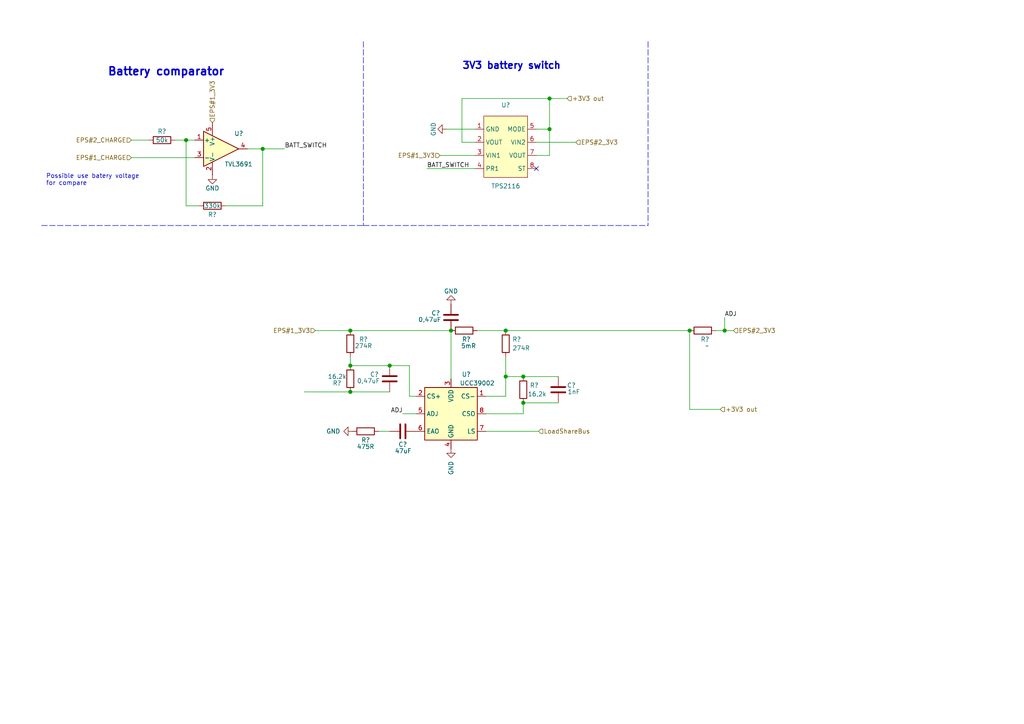
<source format=kicad_sch>
(kicad_sch (version 20210621) (generator eeschema)
  (paper "A4")
  (lib_symbols
    (symbol "Amplifier_Operational:TLV172IDCK" (pin_names (offset 0.127))
      (property "Reference" "U" (at 7.62 2.54 0))
      (property "Value" "TLV172IDCK" (at 11.43 -2.54 0))
      (symbol "TLV172IDCK_0_1"
        (polyline (pts (xy -2.54 5.08) (xy -2.54 -5.08) (xy 7.62 0) (xy -2.54 5.08)) (stroke (width 0.254)) (fill (type background)))
      )
      (symbol "TLV172IDCK_1_1"
        (pin input line (at -5.08 2.54 0) (length 2.54) (name "+") (number "1"))
        (pin power_in line (at 0 -7.62 90) (length 3.81) (name "V-") (number "2"))
        (pin input line (at -5.08 -2.54 0) (length 2.54) (name "-") (number "3"))
        (pin output line (at 10.16 0 180) (length 2.54) (name "~") (number "4"))
        (pin power_in line (at 0 7.62 270) (length 3.81) (name "V+") (number "5"))
      )
    )
    (symbol "Device:C" (pin_numbers hide) (pin_names (offset 0.254))
      (property "Reference" "C" (at 0.635 2.54 0))
      (property "Value" "C" (at 0.635 -2.54 0))
      (symbol "C_0_1"
        (polyline (pts (xy -2.032 -0.762) (xy 2.032 -0.762)) (stroke (width 0.508)))
        (polyline (pts (xy -2.032 0.762) (xy 2.032 0.762)) (stroke (width 0.508)))
      )
      (symbol "C_1_1"
        (pin passive line (at 0 3.81 270) (length 2.794) (name "~") (number "1"))
        (pin passive line (at 0 -3.81 90) (length 2.794) (name "~") (number "2"))
      )
    )
    (symbol "Device:R" (pin_numbers hide) (pin_names (offset 0))
      (property "Reference" "R" (at 2.032 0 90))
      (property "Value" "R" (at 0 0 90))
      (symbol "R_0_1"
        (rectangle (start -1.016 -2.54) (end 1.016 2.54) (stroke (width 0.254)))
      )
      (symbol "R_1_1"
        (pin passive line (at 0 3.81 270) (length 1.27) (name "~") (number "1"))
        (pin passive line (at 0 -3.81 90) (length 1.27) (name "~") (number "2"))
      )
    )
    (symbol "Power_Management:UCC39002D"
      (property "Reference" "U" (at -6.35 8.89 0))
      (property "Value" "UCC39002D" (at 2.54 8.89 0))
      (symbol "UCC39002D_0_1"
        (rectangle (start -7.62 7.62) (end 7.62 -7.62) (stroke (width 0.254)) (fill (type background)))
      )
      (symbol "UCC39002D_1_1"
        (pin input line (at 10.16 5.08 180) (length 2.54) (name "CS-") (number "1"))
        (pin input line (at -10.16 5.08 0) (length 2.54) (name "CS+") (number "2"))
        (pin power_in line (at 0 10.16 270) (length 2.54) (name "VDD") (number "3"))
        (pin power_in line (at 0 -10.16 90) (length 2.54) (name "GND") (number "4"))
        (pin open_collector line (at -10.16 0 0) (length 2.54) (name "ADJ") (number "5"))
        (pin passive line (at -10.16 -5.08 0) (length 2.54) (name "EAO") (number "6"))
        (pin passive line (at 10.16 -5.08 180) (length 2.54) (name "LS") (number "7"))
        (pin output line (at 10.16 0 180) (length 2.54) (name "CSO") (number "8"))
      )
    )
    (symbol "comm:TPS2116"
      (property "Reference" "U" (at 3.81 12.7 0))
      (property "Value" "TPS2116" (at 3.81 -8.89 0))
      (symbol "TPS2116_0_1"
        (rectangle (start -2.54 11.43) (end 10.16 -6.35) (stroke (width 0.1524)) (fill (type background)))
      )
      (symbol "TPS2116_1_1"
        (pin input line (at -5.08 7.62 0) (length 2.54) (name "GND") (number "1"))
        (pin output line (at -5.08 3.81 0) (length 2.54) (name "VOUT") (number "2"))
        (pin input line (at -5.08 0 0) (length 2.54) (name "VIN1") (number "3"))
        (pin input line (at -5.08 -3.81 0) (length 2.54) (name "PR1") (number "4"))
        (pin input line (at 12.7 7.62 180) (length 2.54) (name "MODE") (number "5"))
        (pin input line (at 12.7 3.81 180) (length 2.54) (name "VIN2") (number "6"))
        (pin output line (at 12.7 0 180) (length 2.54) (name "VOUT") (number "7"))
        (pin output line (at 12.7 -3.81 180) (length 2.54) (name "ST") (number "8"))
      )
    )
    (symbol "power:GND" (power) (pin_names (offset 0))
      (property "Value" "GND" (at 0 -3.81 0))
      (symbol "GND_0_1"
        (polyline (pts (xy 0 0) (xy 0 -1.27) (xy 1.27 -1.27) (xy 0 -2.54) (xy -1.27 -1.27) (xy 0 -1.27)))
      )
      (symbol "GND_1_1"
        (pin power_in line (at 0 0 270) (length 0) hide (name "GND") (number "1"))
      )
    )
  )
  (junction (at 53.975 40.64) (diameter 1.016))
  (junction (at 76.2 43.18) (diameter 1.016))
  (junction (at 101.6 95.885) (diameter 1.016))
  (junction (at 101.6 106.045) (diameter 1.016))
  (junction (at 101.6 113.665) (diameter 1.016))
  (junction (at 113.03 106.045) (diameter 1.016))
  (junction (at 130.81 95.885) (diameter 1.016))
  (junction (at 146.685 95.885) (diameter 1.016))
  (junction (at 146.685 109.22) (diameter 1.016))
  (junction (at 151.765 109.22) (diameter 1.016))
  (junction (at 151.765 116.84) (diameter 1.016))
  (junction (at 159.385 28.575) (diameter 1.016))
  (junction (at 159.385 37.465) (diameter 1.016))
  (junction (at 200.025 95.885) (diameter 1.016))
  (junction (at 210.185 95.885) (diameter 1.016))
  (no_connect (at 155.575 48.895))
  (wire (pts (xy 38.1 40.64) (xy 43.18 40.64)))
  (wire (pts (xy 38.1 45.72) (xy 56.515 45.72)))
  (wire (pts (xy 50.8 40.64) (xy 53.975 40.64)))
  (wire (pts (xy 53.975 40.64) (xy 53.975 59.69)))
  (wire (pts (xy 53.975 40.64) (xy 56.515 40.64)))
  (wire (pts (xy 53.975 59.69) (xy 57.785 59.69)))
  (wire (pts (xy 65.405 59.69) (xy 76.2 59.69)))
  (wire (pts (xy 71.755 43.18) (xy 76.2 43.18)))
  (wire (pts (xy 76.2 43.18) (xy 82.55 43.18)))
  (wire (pts (xy 76.2 59.69) (xy 76.2 43.18)))
  (wire (pts (xy 88.265 113.665) (xy 101.6 113.665)))
  (wire (pts (xy 101.6 95.885) (xy 91.44 95.885)))
  (wire (pts (xy 101.6 103.505) (xy 101.6 106.045)))
  (wire (pts (xy 101.6 106.045) (xy 113.03 106.045)))
  (wire (pts (xy 101.6 113.665) (xy 113.03 113.665)))
  (wire (pts (xy 109.855 125.095) (xy 113.03 125.095)))
  (wire (pts (xy 113.03 106.045) (xy 118.745 106.045)))
  (wire (pts (xy 116.84 120.015) (xy 120.65 120.015)))
  (wire (pts (xy 118.745 114.935) (xy 118.745 106.045)))
  (wire (pts (xy 120.65 114.935) (xy 118.745 114.935)))
  (wire (pts (xy 123.825 48.895) (xy 137.795 48.895)))
  (wire (pts (xy 127.635 45.085) (xy 137.795 45.085)))
  (wire (pts (xy 129.54 37.465) (xy 137.795 37.465)))
  (wire (pts (xy 130.81 95.885) (xy 101.6 95.885)))
  (wire (pts (xy 130.81 109.855) (xy 130.81 95.885)))
  (wire (pts (xy 133.985 28.575) (xy 159.385 28.575)))
  (wire (pts (xy 133.985 41.275) (xy 133.985 28.575)))
  (wire (pts (xy 137.795 41.275) (xy 133.985 41.275)))
  (wire (pts (xy 138.43 95.885) (xy 146.685 95.885)))
  (wire (pts (xy 140.97 114.935) (xy 146.685 114.935)))
  (wire (pts (xy 140.97 120.015) (xy 151.765 120.015)))
  (wire (pts (xy 140.97 125.095) (xy 156.21 125.095)))
  (wire (pts (xy 146.685 95.885) (xy 200.025 95.885)))
  (wire (pts (xy 146.685 103.505) (xy 146.685 109.22)))
  (wire (pts (xy 146.685 109.22) (xy 146.685 114.935)))
  (wire (pts (xy 146.685 109.22) (xy 151.765 109.22)))
  (wire (pts (xy 151.765 109.22) (xy 161.925 109.22)))
  (wire (pts (xy 151.765 116.84) (xy 161.925 116.84)))
  (wire (pts (xy 151.765 120.015) (xy 151.765 116.84)))
  (wire (pts (xy 155.575 37.465) (xy 159.385 37.465)))
  (wire (pts (xy 155.575 41.275) (xy 167.005 41.275)))
  (wire (pts (xy 155.575 45.085) (xy 159.385 45.085)))
  (wire (pts (xy 159.385 28.575) (xy 164.465 28.575)))
  (wire (pts (xy 159.385 37.465) (xy 159.385 28.575)))
  (wire (pts (xy 159.385 45.085) (xy 159.385 37.465)))
  (wire (pts (xy 200.025 95.885) (xy 200.025 118.745)))
  (wire (pts (xy 200.025 118.745) (xy 208.915 118.745)))
  (wire (pts (xy 207.645 95.885) (xy 210.185 95.885)))
  (wire (pts (xy 210.185 92.075) (xy 210.185 95.885)))
  (wire (pts (xy 210.185 95.885) (xy 212.725 95.885)))
  (polyline (pts (xy 12.065 65.405) (xy 105.41 65.405)) (stroke (width 0) (type dash)))
  (polyline (pts (xy 105.41 12.065) (xy 105.41 65.405)) (stroke (width 0) (type dash)))
  (polyline (pts (xy 105.41 65.405) (xy 187.96 65.405)) (stroke (width 0) (type dash)))
  (polyline (pts (xy 187.96 12.065) (xy 187.96 65.405)) (stroke (width 0) (type dash)))
  (text "Possible use batery voltage\nfor compare" (at 13.335 53.975 0) (effects (font (size 1.27 1.27)) (justify left bottom)))
  (text "Battery comparator" (at 31.115 22.225 0) (effects (font (size 2.3 2.3) (thickness 0.46) bold) (justify left bottom)))
  (text "3V3 battery switch\n" (at 133.985 20.32 0) (effects (font (size 2 2) (thickness 0.4) bold) (justify left bottom)))
  (label "BATT_SWITCH" (at 82.55 43.18 0))
  (label "ADJ" (at 116.84 120.015 180))
  (label "BATT_SWITCH" (at 123.825 48.895 0))
  (label "ADJ" (at 210.185 92.075 0))
  (hierarchical_label "EPS#2_CHARGE" (shape input) (at 38.1 40.64 180))
  (hierarchical_label "EPS#1_CHARGE" (shape input) (at 38.1 45.72 180))
  (hierarchical_label "EPS#1_3V3" (shape input) (at 61.595 35.56 90))
  (hierarchical_label "EPS#1_3V3" (shape input) (at 91.44 95.885 180))
  (hierarchical_label "EPS#1_3V3" (shape input) (at 127.635 45.085 180))
  (hierarchical_label "LoadShareBus" (shape input) (at 156.21 125.095 0))
  (hierarchical_label "+3V3 out" (shape input) (at 164.465 28.575 0))
  (hierarchical_label "EPS#2_3V3" (shape input) (at 167.005 41.275 0))
  (hierarchical_label "+3V3 out" (shape input) (at 208.915 118.745 0))
  (hierarchical_label "EPS#2_3V3" (shape input) (at 212.725 95.885 0))
  (symbol (lib_id "power:GND") (at 61.595 50.8 0) (unit 1)
    (property "Reference" "#PWR?" (effects hide))
    (property "Value" "GND" (at 61.595 54.61 0))
  )
  (symbol (lib_id "power:GND") (at 102.235 125.095 270) (unit 1)
    (property "Reference" "#PWR?" (effects hide))
    (property "Value" "GND" (at 94.615 125.0949 90) (effects (justify left)))
  )
  (symbol (lib_id "power:GND") (at 129.54 37.465 270) (unit 1)
    (property "Reference" "#PWR?" (effects hide))
    (property "Value" "GND" (at 125.73 37.465 0))
  )
  (symbol (lib_id "power:GND") (at 130.81 88.265 180) (unit 1)
    (property "Reference" "#PWR?" (effects hide))
    (property "Value" "GND" (at 130.81 84.455 0))
  )
  (symbol (lib_id "power:GND") (at 130.81 130.175 0) (unit 1)
    (property "Reference" "#PWR?" (effects hide))
    (property "Value" "GND" (at 130.8099 137.795 90) (effects (justify left)))
  )
  (symbol (lib_id "Device:R") (at 46.99 40.64 90) (unit 1)
    (property "Reference" "R?" (at 46.99 38.1 90))
    (property "Value" "50k" (at 46.99 40.64 90))
  )
  (symbol (lib_id "Device:R") (at 61.595 59.69 90) (unit 1)
    (property "Reference" "R?" (at 61.595 62.23 90))
    (property "Value" "330k" (at 61.595 59.69 90))
  )
  (symbol (lib_id "Device:R") (at 101.6 99.695 0) (unit 1)
    (property "Reference" "R?" (at 104.1401 98.425 0) (effects (justify left)))
    (property "Value" "274R" (at 105.41 100.33 0))
  )
  (symbol (lib_id "Device:R") (at 101.6 109.855 180) (unit 1)
    (property "Reference" "R?" (at 99.0599 111.125 0) (effects (justify left)))
    (property "Value" "16.2k" (at 97.79 109.22 0))
  )
  (symbol (lib_id "Device:R") (at 106.045 125.095 270) (unit 1)
    (property "Reference" "R?" (at 104.7751 127.635 90) (effects (justify left)))
    (property "Value" "475R" (at 106.045 129.54 90))
  )
  (symbol (lib_id "Device:R") (at 134.62 95.885 270) (unit 1)
    (property "Reference" "R?" (at 133.9851 98.425 90) (effects (justify left)))
    (property "Value" "5mR" (at 135.89 100.33 90))
  )
  (symbol (lib_id "Device:R") (at 146.685 99.695 0) (unit 1)
    (property "Reference" "R?" (at 148.59 98.4249 0) (effects (justify left)))
    (property "Value" "274R" (at 148.59 100.9649 0) (effects (justify left)))
  )
  (symbol (lib_id "Device:R") (at 151.765 113.03 0) (unit 1)
    (property "Reference" "R?" (at 153.67 111.7599 0) (effects (justify left)))
    (property "Value" "16,2k" (at 153.035 114.2999 0) (effects (justify left)))
  )
  (symbol (lib_id "Device:R") (at 203.835 95.885 270) (unit 1)
    (property "Reference" "R?" (at 203.2001 98.425 90) (effects (justify left)))
    (property "Value" "~" (at 205.105 100.33 90))
  )
  (symbol (lib_id "Device:C") (at 113.03 109.855 180) (unit 1)
    (property "Reference" "C?" (at 107.315 108.5849 0) (effects (justify right)))
    (property "Value" "0,47uF" (at 103.505 110.4899 0) (effects (justify right)))
  )
  (symbol (lib_id "Device:C") (at 116.84 125.095 270) (unit 1)
    (property "Reference" "C?" (at 118.1099 128.905 90) (effects (justify right)))
    (property "Value" "47uF" (at 119.3799 130.81 90) (effects (justify right)))
  )
  (symbol (lib_id "Device:C") (at 130.81 92.075 180) (unit 1)
    (property "Reference" "C?" (at 125.095 90.8049 0) (effects (justify right)))
    (property "Value" "0,47uF" (at 121.285 92.7099 0) (effects (justify right)))
  )
  (symbol (lib_id "Device:C") (at 161.925 113.03 180) (unit 1)
    (property "Reference" "C?" (at 165.735 111.76 0))
    (property "Value" "1nF" (at 168.275 113.665 0) (effects (justify left)))
  )
  (symbol (lib_id "Amplifier_Operational:TLV172IDCK") (at 61.595 43.18 0) (unit 1)
    (property "Reference" "U?" (at 67.945 38.7349 0) (effects (justify left)))
    (property "Value" "TVL3691" (at 69.215 47.625 0))
    (property "Datasheet" "http://www.ti.com/lit/ds/symlink/tlv172.pdf" (effects hide))
  )
  (symbol (lib_id "comm:TPS2116") (at 142.875 45.085 0) (unit 1)
    (property "Reference" "U?" (at 146.685 30.48 0))
    (property "Value" "TPS2116" (at 146.685 53.975 0))
  )
  (symbol (lib_id "Power_Management:UCC39002D") (at 130.81 120.015 0) (unit 1)
    (property "Reference" "U?" (at 135.255 108.585 0))
    (property "Value" "UCC39002" (at 133.35 111.125 0) (effects (justify left)))
    (property "Datasheet" "http://www.ti.com/lit/ds/slus495i/slus495i.pdf" (effects hide))
  )
)
</source>
